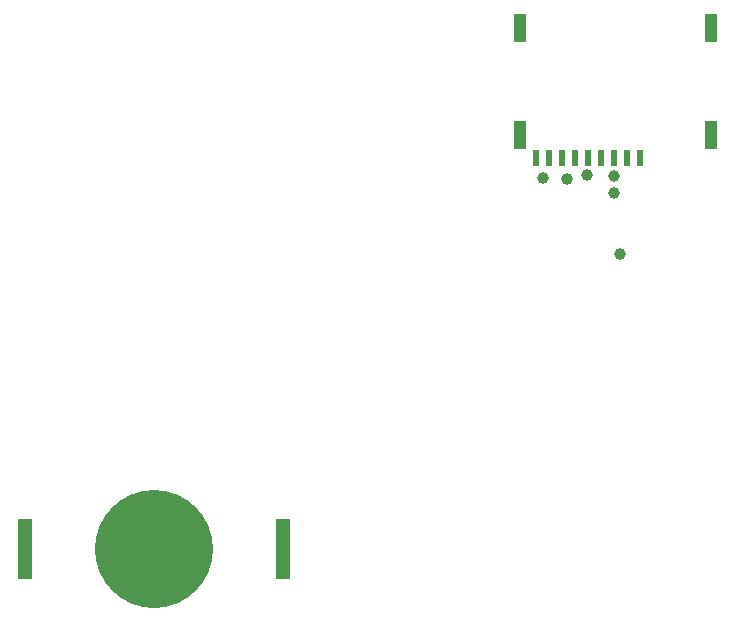
<source format=gbr>
%TF.GenerationSoftware,Altium Limited,Altium Designer,22.2.1 (43)*%
G04 Layer_Color=128*
%FSLAX26Y26*%
%MOIN*%
%TF.SameCoordinates,FBDAFD36-F916-462A-90D8-3015B88DE517*%
%TF.FilePolarity,Positive*%
%TF.FileFunction,Paste,Bot*%
%TF.Part,Single*%
G01*
G75*
%TA.AperFunction,SMDPad,CuDef*%
%ADD11C,0.039370*%
%TA.AperFunction,ConnectorPad*%
%ADD87R,0.024409X0.055118*%
%ADD88R,0.043307X0.094488*%
%TA.AperFunction,SMDPad,CuDef*%
%ADD89R,0.050000X0.200000*%
%ADD90C,0.393701*%
D11*
X3227559Y3289702D02*
D03*
X3135433Y3292913D02*
D03*
X2989834Y3284339D02*
D03*
X3226993Y3235140D02*
D03*
X3068955Y3279571D02*
D03*
X3248032Y3031496D02*
D03*
D87*
X3314173Y3349606D02*
D03*
X3270866D02*
D03*
X3227559D02*
D03*
X3184252D02*
D03*
X3140945D02*
D03*
X3097638D02*
D03*
X3054331D02*
D03*
X3011024D02*
D03*
X2967716D02*
D03*
D88*
X3549213Y3782677D02*
D03*
X2913386D02*
D03*
X3549213Y3428347D02*
D03*
X2913386D02*
D03*
D89*
X2122638Y2047244D02*
D03*
X1263189D02*
D03*
D90*
X1692913D02*
D03*
%TF.MD5,67089f2f578c72f777047266ad7b7596*%
M02*

</source>
